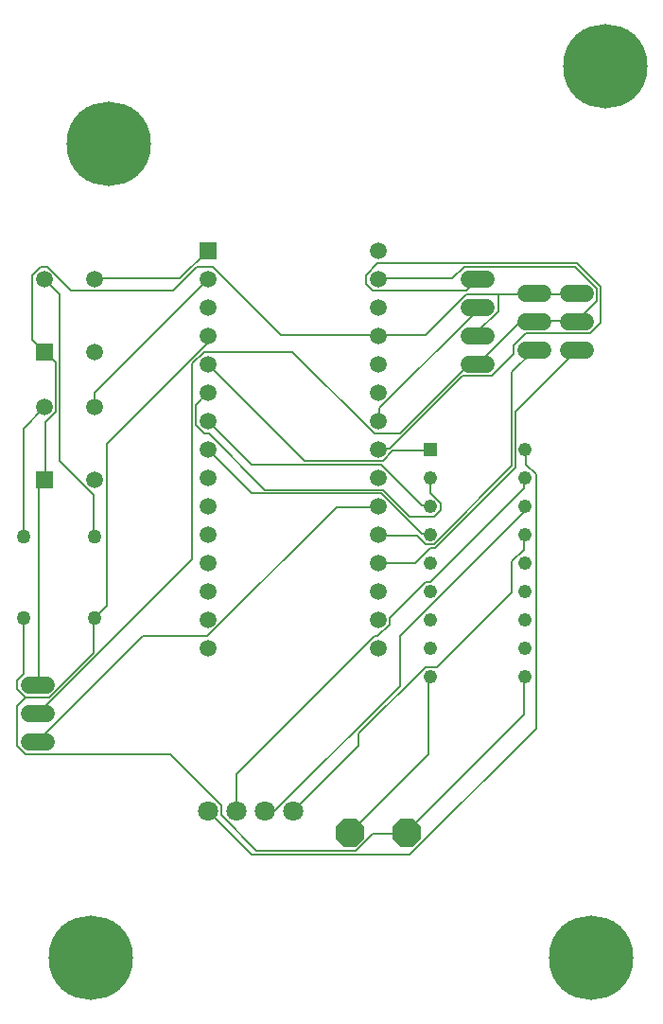
<source format=gbr>
G04 EAGLE Gerber RS-274X export*
G75*
%MOMM*%
%FSLAX34Y34*%
%LPD*%
%INTop Copper*%
%IPPOS*%
%AMOC8*
5,1,8,0,0,1.08239X$1,22.5*%
G01*
G04 Define Apertures*
%ADD10C,1.524000*%
%ADD11P,2.74927X8X22.5*%
%ADD12C,1.260000*%
%ADD13R,1.498600X1.498600*%
%ADD14C,1.498600*%
%ADD15C,1.800000*%
%ADD16R,1.228000X1.228000*%
%ADD17C,1.228000*%
%ADD18R,1.508000X1.508000*%
%ADD19C,1.508000*%
%ADD20C,7.550000*%
%ADD21C,0.152400*%
D10*
X970280Y749300D02*
X985520Y749300D01*
X985520Y723900D02*
X970280Y723900D01*
X970280Y698500D02*
X985520Y698500D01*
X985520Y673100D02*
X970280Y673100D01*
D11*
X863600Y254000D03*
X914400Y254000D03*
D12*
X571500Y446400D03*
X571500Y518800D03*
X635000Y446400D03*
X635000Y518800D03*
D13*
X590042Y684276D03*
D14*
X635000Y684276D03*
X635000Y749300D03*
X590042Y749300D03*
D13*
X590042Y569976D03*
D14*
X635000Y569976D03*
X635000Y635000D03*
X590042Y635000D03*
D15*
X736600Y273160D03*
X812800Y273160D03*
X787400Y273160D03*
X762000Y273160D03*
D16*
X935400Y596900D03*
D17*
X935400Y571500D03*
X935400Y546100D03*
X935400Y520700D03*
X935400Y495300D03*
X935400Y469900D03*
X935400Y444500D03*
X935400Y419100D03*
X935400Y393700D03*
X1020400Y393700D03*
X1020400Y419100D03*
X1020400Y444500D03*
X1020400Y469900D03*
X1020400Y495300D03*
X1020400Y520700D03*
X1020400Y546100D03*
X1020400Y571500D03*
X1020400Y596900D03*
D18*
X736600Y774700D03*
D19*
X736600Y749300D03*
X736600Y723900D03*
X736600Y698500D03*
X736600Y673100D03*
X736600Y647700D03*
X736600Y622300D03*
X736600Y596900D03*
X736600Y571500D03*
X736600Y546100D03*
X736600Y520700D03*
X736600Y495300D03*
X736600Y469900D03*
X736600Y444500D03*
X736600Y419100D03*
X889000Y419100D03*
X889000Y444500D03*
X889000Y469900D03*
X889000Y495300D03*
X889000Y520700D03*
X889000Y546100D03*
X889000Y571500D03*
X889000Y596900D03*
X889000Y622300D03*
X889000Y647700D03*
X889000Y673100D03*
X889000Y698500D03*
X889000Y723900D03*
X889000Y749300D03*
X889000Y774700D03*
D10*
X1021080Y736600D02*
X1036320Y736600D01*
X1036320Y711200D02*
X1021080Y711200D01*
X1021080Y685800D02*
X1036320Y685800D01*
X1059180Y736600D02*
X1074420Y736600D01*
X1074420Y711200D02*
X1059180Y711200D01*
X1059180Y685800D02*
X1074420Y685800D01*
D20*
X632110Y142590D03*
X1079500Y142590D03*
X1092200Y939800D03*
X647700Y870110D03*
D10*
X591620Y386280D02*
X576380Y386280D01*
X576380Y360880D02*
X591620Y360880D01*
X591620Y335480D02*
X576380Y335480D01*
D21*
X890016Y597408D02*
X899160Y597408D01*
X964692Y662940D01*
X990600Y662940D01*
X1010412Y682752D01*
X1010412Y690372D01*
X1021080Y701040D01*
X1078992Y701040D01*
X1088136Y710184D01*
X1088136Y742188D01*
X1066800Y763524D01*
X888492Y763524D01*
X877824Y752856D01*
X877824Y745236D01*
X883920Y739140D01*
X967740Y739140D01*
X977900Y749300D01*
X890016Y597408D02*
X889000Y596900D01*
X890016Y623316D02*
X890016Y633984D01*
X976884Y720852D01*
X976884Y723900D01*
X890016Y623316D02*
X889000Y622300D01*
X976884Y723900D02*
X977900Y723900D01*
X931164Y699516D02*
X890016Y699516D01*
X931164Y699516D02*
X967740Y736092D01*
X996696Y736092D02*
X1028700Y736092D01*
X996696Y736092D02*
X967740Y736092D01*
X890016Y699516D02*
X889000Y698500D01*
X978408Y699516D02*
X978408Y702564D01*
X996696Y720852D01*
X996696Y736092D01*
X978408Y699516D02*
X977900Y698500D01*
X1028700Y736092D02*
X1066800Y736092D01*
X1066800Y736600D01*
X1028700Y736600D02*
X1028700Y736092D01*
X591312Y621792D02*
X591312Y569976D01*
X591312Y621792D02*
X600456Y630936D01*
X600456Y675132D01*
X591312Y684276D01*
X591312Y569976D02*
X590042Y569976D01*
X590042Y684276D02*
X591312Y684276D01*
X585216Y565404D02*
X585216Y387096D01*
X585216Y565404D02*
X589788Y569976D01*
X585216Y387096D02*
X584000Y386280D01*
X589788Y569976D02*
X590042Y569976D01*
X801624Y699516D02*
X888492Y699516D01*
X801624Y699516D02*
X740664Y760476D01*
X726948Y760476D01*
X705612Y739140D01*
X614172Y739140D01*
X592836Y760476D01*
X586740Y760476D01*
X579120Y752856D01*
X579120Y694944D01*
X589788Y684276D01*
X888492Y699516D02*
X889000Y698500D01*
X590042Y684276D02*
X589788Y684276D01*
X890016Y749808D02*
X955548Y749808D01*
X966216Y760476D01*
X1065276Y760476D01*
X1085088Y740664D01*
X1085088Y729996D01*
X1066800Y711708D01*
X890016Y749808D02*
X889000Y749300D01*
X1028700Y711708D02*
X1066800Y711708D01*
X1028700Y711708D02*
X1028700Y711200D01*
X1066800Y711200D02*
X1066800Y711708D01*
X722376Y498348D02*
X585216Y361188D01*
X722376Y498348D02*
X722376Y673608D01*
X733044Y684276D01*
X812292Y684276D01*
X885444Y611124D01*
X908304Y611124D01*
X969264Y672084D01*
X976884Y672084D01*
X585216Y361188D02*
X584000Y360880D01*
X976884Y672084D02*
X977900Y673100D01*
X1014984Y710184D02*
X1028700Y710184D01*
X1014984Y710184D02*
X977900Y673100D01*
X1028700Y710184D02*
X1028700Y711200D01*
X923544Y519684D02*
X890016Y519684D01*
X923544Y519684D02*
X931164Y512064D01*
X938784Y512064D01*
X1008888Y582168D01*
X1008888Y665988D01*
X1028700Y685800D01*
X889000Y520700D02*
X890016Y519684D01*
X889000Y495300D02*
X922020Y495300D01*
X935736Y509016D01*
X940308Y509016D01*
X1011936Y580644D01*
X1011936Y630936D01*
X1066800Y685800D01*
X633984Y556260D02*
X633984Y519684D01*
X633984Y556260D02*
X603504Y586740D01*
X603504Y736092D01*
X591312Y748284D01*
X633984Y519684D02*
X635000Y518800D01*
X591312Y748284D02*
X590042Y749300D01*
X571500Y615696D02*
X571500Y518800D01*
X571500Y615696D02*
X589788Y633984D01*
X590042Y635000D01*
X1019556Y393192D02*
X1019556Y359664D01*
X914400Y254508D01*
X1019556Y393192D02*
X1020400Y393700D01*
X914400Y254508D02*
X914400Y254000D01*
X571500Y396240D02*
X571500Y446400D01*
X571500Y396240D02*
X565404Y390144D01*
X565404Y382524D01*
X573024Y374904D01*
X594360Y374904D01*
X633984Y414528D01*
X633984Y445008D01*
X635000Y446400D01*
X736092Y691896D02*
X736092Y697992D01*
X736092Y691896D02*
X646176Y601980D01*
X646176Y457200D01*
X635508Y446532D01*
X736092Y697992D02*
X736600Y698500D01*
X635508Y446532D02*
X635000Y446400D01*
X883920Y252984D02*
X914400Y252984D01*
X883920Y252984D02*
X868680Y237744D01*
X780288Y237744D01*
X748284Y269748D01*
X748284Y278892D01*
X702564Y324612D01*
X573024Y324612D01*
X565404Y332232D01*
X565404Y367284D01*
X573024Y374904D01*
X914400Y254000D02*
X914400Y252984D01*
X711708Y749808D02*
X635508Y749808D01*
X711708Y749808D02*
X736600Y774700D01*
X635508Y749808D02*
X635000Y749300D01*
X1021080Y595884D02*
X1021080Y583692D01*
X1030224Y574548D01*
X1030224Y347472D01*
X917448Y234696D01*
X775716Y234696D01*
X737616Y272796D01*
X1021080Y595884D02*
X1020400Y596900D01*
X737616Y272796D02*
X736600Y273160D01*
X1019556Y562356D02*
X1019556Y571500D01*
X1019556Y562356D02*
X935736Y478536D01*
X931164Y478536D01*
X899160Y446532D01*
X899160Y440436D01*
X888492Y429768D01*
X885444Y429768D01*
X762000Y306324D01*
X762000Y273160D01*
X1019556Y571500D02*
X1020400Y571500D01*
X1019556Y545592D02*
X1019556Y541020D01*
X908304Y429768D01*
X908304Y385572D01*
X797052Y274320D01*
X787908Y274320D01*
X1019556Y545592D02*
X1020400Y546100D01*
X787908Y274320D02*
X787400Y273160D01*
X1019556Y507492D02*
X1019556Y519684D01*
X1019556Y507492D02*
X1008888Y496824D01*
X1008888Y469392D01*
X941832Y402336D01*
X931164Y402336D01*
X871728Y342900D01*
X871728Y332232D01*
X813816Y274320D01*
X1019556Y519684D02*
X1020400Y520700D01*
X813816Y274320D02*
X812800Y273160D01*
X902208Y595884D02*
X934212Y595884D01*
X902208Y595884D02*
X893064Y586740D01*
X822960Y586740D01*
X736600Y673100D01*
X934212Y595884D02*
X935400Y596900D01*
X935736Y571500D02*
X935736Y557784D01*
X944880Y548640D01*
X944880Y542544D01*
X938784Y536448D01*
X917448Y536448D01*
X893064Y560832D01*
X787908Y560832D01*
X737616Y611124D01*
X733044Y611124D01*
X725424Y618744D01*
X725424Y637032D01*
X736092Y647700D01*
X935400Y571500D02*
X935736Y571500D01*
X736600Y647700D02*
X736092Y647700D01*
X928116Y547116D02*
X934212Y547116D01*
X928116Y547116D02*
X891540Y583692D01*
X775716Y583692D01*
X737616Y621792D01*
X934212Y547116D02*
X935400Y546100D01*
X737616Y621792D02*
X736600Y622300D01*
X928116Y521208D02*
X934212Y521208D01*
X928116Y521208D02*
X891540Y557784D01*
X775716Y557784D01*
X736600Y596900D01*
X934212Y521208D02*
X935400Y520700D01*
X635508Y635508D02*
X635508Y647700D01*
X736092Y748284D01*
X635508Y635508D02*
X635000Y635000D01*
X736092Y748284D02*
X736600Y749300D01*
X934212Y393192D02*
X934212Y324612D01*
X863600Y254000D01*
X934212Y393192D02*
X935400Y393700D01*
X888492Y545592D02*
X851916Y545592D01*
X736092Y429768D01*
X678180Y429768D01*
X585216Y336804D01*
X888492Y545592D02*
X889000Y546100D01*
X585216Y336804D02*
X584000Y335480D01*
M02*

</source>
